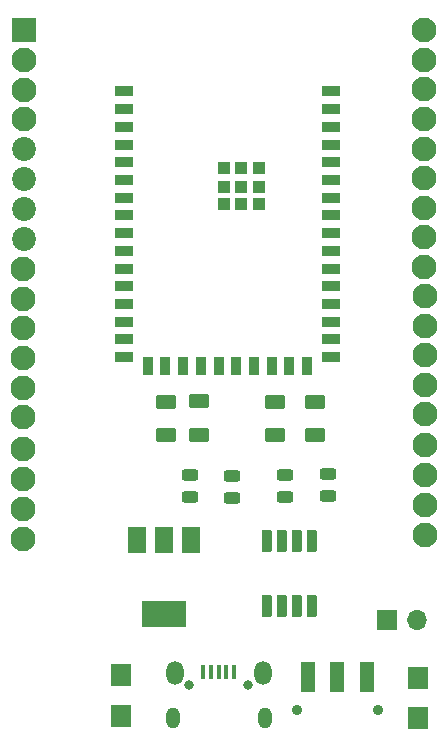
<source format=gbr>
%TF.GenerationSoftware,KiCad,Pcbnew,(6.0.1)*%
%TF.CreationDate,2022-04-26T22:40:30-05:00*%
%TF.ProjectId,LEDStripBoards,4c454453-7472-4697-9042-6f617264732e,rev?*%
%TF.SameCoordinates,Original*%
%TF.FileFunction,Soldermask,Bot*%
%TF.FilePolarity,Negative*%
%FSLAX46Y46*%
G04 Gerber Fmt 4.6, Leading zero omitted, Abs format (unit mm)*
G04 Created by KiCad (PCBNEW (6.0.1)) date 2022-04-26 22:40:30*
%MOMM*%
%LPD*%
G01*
G04 APERTURE LIST*
G04 Aperture macros list*
%AMRoundRect*
0 Rectangle with rounded corners*
0 $1 Rounding radius*
0 $2 $3 $4 $5 $6 $7 $8 $9 X,Y pos of 4 corners*
0 Add a 4 corners polygon primitive as box body*
4,1,4,$2,$3,$4,$5,$6,$7,$8,$9,$2,$3,0*
0 Add four circle primitives for the rounded corners*
1,1,$1+$1,$2,$3*
1,1,$1+$1,$4,$5*
1,1,$1+$1,$6,$7*
1,1,$1+$1,$8,$9*
0 Add four rect primitives between the rounded corners*
20,1,$1+$1,$2,$3,$4,$5,0*
20,1,$1+$1,$4,$5,$6,$7,0*
20,1,$1+$1,$6,$7,$8,$9,0*
20,1,$1+$1,$8,$9,$2,$3,0*%
G04 Aperture macros list end*
%ADD10C,2.100000*%
%ADD11R,2.100000X2.100000*%
%ADD12O,1.700000X1.700000*%
%ADD13R,1.700000X1.700000*%
%ADD14RoundRect,0.243750X0.456250X-0.243750X0.456250X0.243750X-0.456250X0.243750X-0.456250X-0.243750X0*%
%ADD15RoundRect,0.250000X0.625000X-0.375000X0.625000X0.375000X-0.625000X0.375000X-0.625000X-0.375000X0*%
%ADD16C,2.020000*%
%ADD17RoundRect,0.250000X-0.625000X0.375000X-0.625000X-0.375000X0.625000X-0.375000X0.625000X0.375000X0*%
%ADD18R,1.100000X1.100000*%
%ADD19R,1.500000X0.900000*%
%ADD20R,0.900000X1.500000*%
%ADD21R,3.800000X2.200000*%
%ADD22R,1.500000X2.200000*%
%ADD23RoundRect,0.070000X0.325000X0.875000X-0.325000X0.875000X-0.325000X-0.875000X0.325000X-0.875000X0*%
%ADD24R,1.250000X2.500000*%
%ADD25C,0.900000*%
%ADD26O,1.450000X2.000000*%
%ADD27O,1.150000X1.800000*%
%ADD28R,0.450000X1.300000*%
%ADD29O,0.800000X0.800000*%
%ADD30R,1.700000X1.948000*%
G04 APERTURE END LIST*
D10*
%TO.C,J1*%
X95046800Y-74525200D03*
D11*
X95046800Y-71985200D03*
%TD*%
D10*
%TO.C,J4*%
X128955800Y-79502000D03*
X128955800Y-77002000D03*
X128955800Y-74502000D03*
X128955800Y-72002000D03*
%TD*%
%TO.C,J5*%
X128981200Y-92016600D03*
X128981200Y-89516600D03*
X128981200Y-87016600D03*
X128981200Y-84516600D03*
X128981200Y-82016600D03*
%TD*%
%TO.C,J6*%
X129006600Y-104513400D03*
X129006600Y-102013400D03*
X129006600Y-99513400D03*
X129006600Y-97013400D03*
X129006600Y-94513400D03*
%TD*%
%TO.C,J7*%
X95050000Y-79550000D03*
X95050000Y-77050000D03*
%TD*%
%TO.C,J8*%
X95000000Y-97225000D03*
X95000000Y-94725000D03*
X95000000Y-92225000D03*
%TD*%
%TO.C,J9*%
X95000000Y-104750000D03*
X95000000Y-102250000D03*
X95000000Y-99750000D03*
%TD*%
D12*
%TO.C,J11*%
X128341200Y-121945400D03*
D13*
X125801200Y-121945400D03*
%TD*%
D10*
%TO.C,J12*%
X95021400Y-115036600D03*
X95021400Y-112496600D03*
X95021400Y-109956600D03*
X95021400Y-107416600D03*
%TD*%
%TO.C,J10*%
X129006600Y-114691000D03*
X129006600Y-112151000D03*
X129006600Y-109611000D03*
X129006600Y-107071000D03*
%TD*%
D14*
%TO.C,0.1uF*%
X120802400Y-109580200D03*
X120802400Y-111455200D03*
%TD*%
%TO.C,22uF*%
X117144800Y-109631000D03*
X117144800Y-111506000D03*
%TD*%
D15*
%TO.C,Pwr*%
X107086400Y-103428800D03*
X107086400Y-106228800D03*
%TD*%
D16*
%TO.C,J2*%
X95050000Y-89695000D03*
X95050000Y-87155000D03*
X95050000Y-84615000D03*
X95050000Y-82075000D03*
%TD*%
D15*
%TO.C,1k*%
X109875000Y-103425000D03*
X109875000Y-106225000D03*
%TD*%
%TO.C,1k*%
X116306600Y-103505000D03*
X116306600Y-106305000D03*
%TD*%
D17*
%TO.C,10k*%
X119675000Y-106275000D03*
X119675000Y-103475000D03*
%TD*%
D18*
%TO.C,U2*%
X111990000Y-85225000D03*
X114990000Y-83675000D03*
X111990000Y-86725000D03*
X111990000Y-83675000D03*
X113490000Y-86725000D03*
X113490000Y-85225000D03*
X114990000Y-85225000D03*
X113490000Y-83675000D03*
X114990000Y-86725000D03*
D19*
X103550000Y-77175000D03*
X103550000Y-78675000D03*
X103550000Y-80175000D03*
X103550000Y-81675000D03*
X103550000Y-83175000D03*
X103550000Y-84675000D03*
X103550000Y-86175000D03*
X103550000Y-87675000D03*
X103550000Y-89175000D03*
X103550000Y-90675000D03*
X103550000Y-92175000D03*
X103550000Y-93675000D03*
X103550000Y-95175000D03*
X103550000Y-96675000D03*
X103550000Y-98175000D03*
X103550000Y-99675000D03*
D20*
X105550000Y-100425000D03*
X107050000Y-100425000D03*
X108550000Y-100425000D03*
X110050000Y-100425000D03*
X111550000Y-100425000D03*
X113050000Y-100425000D03*
X114550000Y-100425000D03*
X116050000Y-100425000D03*
X117550000Y-100425000D03*
X119050000Y-100425000D03*
D19*
X121050000Y-99675000D03*
X121050000Y-98175000D03*
X121050000Y-96675000D03*
X121050000Y-95175000D03*
X121050000Y-93675000D03*
X121050000Y-92175000D03*
X121050000Y-90675000D03*
X121050000Y-89175000D03*
X121050000Y-87675000D03*
X121050000Y-86175000D03*
X121050000Y-84675000D03*
X121050000Y-83175000D03*
X121050000Y-81675000D03*
X121050000Y-80175000D03*
X121050000Y-78675000D03*
X121050000Y-77175000D03*
%TD*%
D14*
%TO.C,470uF*%
X112674400Y-109707200D03*
X112674400Y-111582200D03*
%TD*%
D21*
%TO.C,TLV1117-33*%
X106925000Y-121450000D03*
D22*
X109225000Y-115150000D03*
X106925000Y-115150000D03*
X104625000Y-115150000D03*
%TD*%
D23*
%TO.C,CH330N*%
X119480000Y-115225000D03*
X118210000Y-115225000D03*
X116940000Y-115225000D03*
X115670000Y-115225000D03*
X115670000Y-120725000D03*
X116940000Y-120725000D03*
X118210000Y-120725000D03*
X119480000Y-120725000D03*
%TD*%
D14*
%TO.C,1uF*%
X109118400Y-109626400D03*
X109118400Y-111501400D03*
%TD*%
D24*
%TO.C,0/1*%
X119115200Y-126790000D03*
X121615200Y-126790000D03*
X124115200Y-126790000D03*
D25*
X118215200Y-129540000D03*
X125015200Y-129540000D03*
%TD*%
D26*
%TO.C,J3*%
X115291960Y-126386980D03*
D27*
X107691960Y-130186980D03*
X115441960Y-130186980D03*
D26*
X107841960Y-126386980D03*
D28*
X110266960Y-126336980D03*
X110916960Y-126336980D03*
X111566960Y-126336980D03*
X112216960Y-126336980D03*
X112866960Y-126336980D03*
D29*
X114066960Y-127436980D03*
X109066960Y-127436980D03*
%TD*%
D30*
%TO.C,Reset*%
X103276400Y-126620800D03*
X103276400Y-130020800D03*
%TD*%
%TO.C,Boot*%
X128447800Y-126798600D03*
X128447800Y-130198600D03*
%TD*%
M02*

</source>
